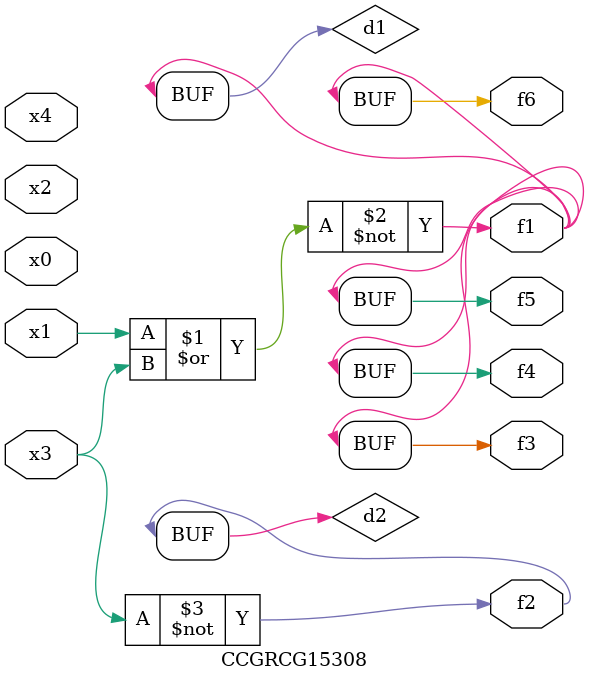
<source format=v>
module CCGRCG15308(
	input x0, x1, x2, x3, x4,
	output f1, f2, f3, f4, f5, f6
);

	wire d1, d2;

	nor (d1, x1, x3);
	not (d2, x3);
	assign f1 = d1;
	assign f2 = d2;
	assign f3 = d1;
	assign f4 = d1;
	assign f5 = d1;
	assign f6 = d1;
endmodule

</source>
